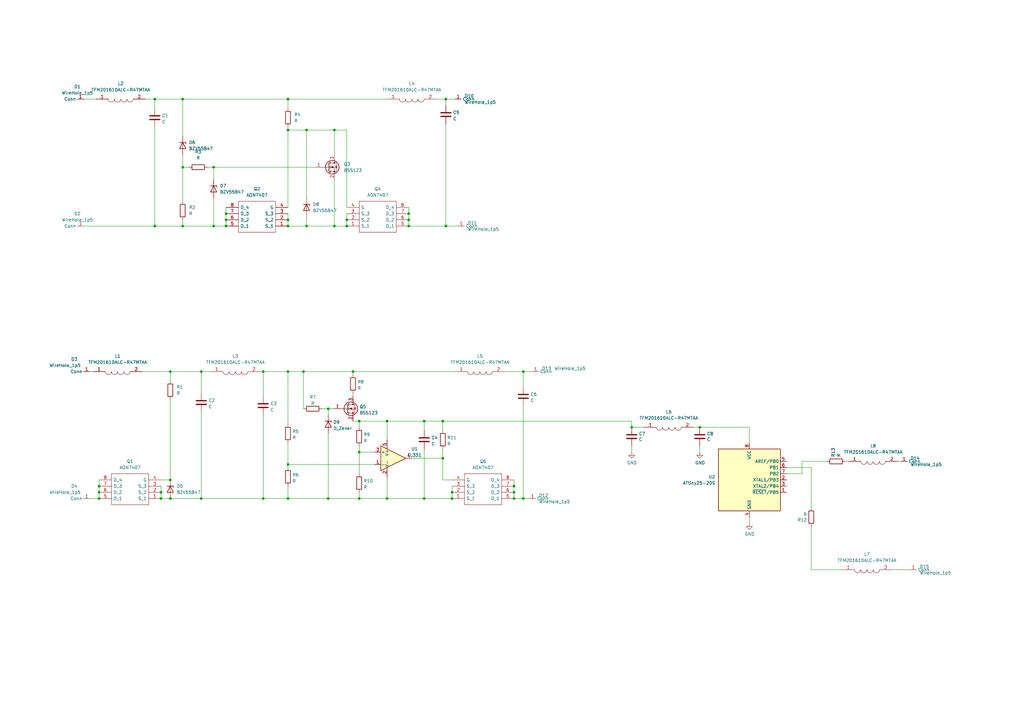
<source format=kicad_sch>
(kicad_sch (version 20211123) (generator eeschema)
  (paper "A3")
  (lib_symbols
    (symbol "AON7407:AON7407" (pin_names (offset 0.762))
      (property "Reference" "Q" (at 21.59 7.62 0))
      (property "Value" "AON7407" (at 21.59 5.08 0))
      (symbol "AON7407_0_0"
        (pin passive line (at 0 0 0) (length 5.08) (name "S_1") (number "1"))
        (pin passive line (at 0 -2.54 0) (length 5.08) (name "S_2") (number "2"))
        (pin passive line (at 0 -5.08 0) (length 5.08) (name "S_3") (number "3"))
        (pin passive line (at 0 -7.62 0) (length 5.08) (name "G") (number "4"))
        (pin passive line (at 25.4 0 180) (length 5.08) (name "D_1") (number "5"))
        (pin passive line (at 25.4 -2.54 180) (length 5.08) (name "D_2") (number "6"))
        (pin passive line (at 25.4 -5.08 180) (length 5.08) (name "D_3") (number "7"))
        (pin passive line (at 25.4 -7.62 180) (length 5.08) (name "D_4") (number "8"))
      )
      (symbol "AON7407_0_1"
        (polyline (pts (xy 5.08 2.54) (xy 20.32 2.54) (xy 20.32 -10.16) (xy 5.08 -10.16) (xy 5.08 2.54)) (stroke (width 0.1524)))
      )
    )
    (symbol "Comparator:TL331" (pin_names (offset 0.127))
      (property "Reference" "U" (at 1.27 5.08 0))
      (property "Value" "TL331" (at 3.81 -5.08 0))
      (symbol "TL331_0_1"
        (polyline (pts (xy -5.08 5.08) (xy 5.08 0) (xy -5.08 -5.08) (xy -5.08 5.08)) (stroke (width 0.254)) (fill (type background)))
      )
      (symbol "TL331_1_1"
        (pin input line (at -7.62 -2.54 0) (length 2.54) (name "-") (number "1"))
        (pin power_in line (at -2.54 -7.62 90) (length 3.81) (name "V-") (number "2"))
        (pin input line (at -7.62 2.54 0) (length 2.54) (name "+") (number "3"))
        (pin open_collector line (at 7.62 0 180) (length 2.54) (name "~") (number "4"))
        (pin power_in line (at -2.54 7.62 270) (length 3.81) (name "V+") (number "5"))
      )
    )
    (symbol "Connectors_for_Wire:WireHole_1p5"
      (property "Reference" "D" (at 0 -1.27 0))
      (property "Value" "WireHole_1p5" (at 0 1.27 0))
      (symbol "WireHole_1p5_1_0"
        (pin bidirectional line (at 0 0 0) (length 2.54) (name "Conn") (number "1"))
      )
    )
    (symbol "Device:C" (pin_numbers hide) (pin_names (offset 0.254))
      (property "Reference" "C" (at 0.635 2.54 0))
      (property "Value" "C" (at 0.635 -2.54 0))
      (symbol "C_0_1"
        (polyline (pts (xy -2.032 -0.762) (xy 2.032 -0.762)) (stroke (width 0.508)))
        (polyline (pts (xy -2.032 0.762) (xy 2.032 0.762)) (stroke (width 0.508)))
      )
      (symbol "C_1_1"
        (pin passive line (at 0 3.81 270) (length 2.794) (name "~") (number "1"))
        (pin passive line (at 0 -3.81 90) (length 2.794) (name "~") (number "2"))
      )
    )
    (symbol "Device:D_Zener" (pin_numbers hide) (pin_names (offset 1.016) hide)
      (property "Reference" "D" (at 0 2.54 0))
      (property "Value" "D_Zener" (at 0 -2.54 0))
      (symbol "D_Zener_0_1"
        (polyline (pts (xy 1.27 0) (xy -1.27 0)))
        (polyline (pts (xy -1.27 -1.27) (xy -1.27 1.27) (xy -0.762 1.27)) (stroke (width 0.254)))
        (polyline (pts (xy 1.27 -1.27) (xy 1.27 1.27) (xy -1.27 0) (xy 1.27 -1.27)) (stroke (width 0.254)))
      )
      (symbol "D_Zener_1_1"
        (pin passive line (at -3.81 0 0) (length 2.54) (name "K") (number "1"))
        (pin passive line (at 3.81 0 180) (length 2.54) (name "A") (number "2"))
      )
    )
    (symbol "Device:R" (pin_numbers hide) (pin_names (offset 0))
      (property "Reference" "R" (at 2.032 0 90))
      (property "Value" "R" (at 0 0 90))
      (symbol "R_0_1"
        (rectangle (start -1.016 -2.54) (end 1.016 2.54) (stroke (width 0.254)))
      )
      (symbol "R_1_1"
        (pin passive line (at 0 3.81 270) (length 1.27) (name "~") (number "1"))
        (pin passive line (at 0 -3.81 90) (length 1.27) (name "~") (number "2"))
      )
    )
    (symbol "Diode:BZV55B47" (pin_numbers hide) (pin_names hide)
      (property "Reference" "D" (at 0 2.54 0))
      (property "Value" "BZV55B47" (at 0 -2.54 0))
      (symbol "BZV55B47_0_1"
        (polyline (pts (xy 1.27 0) (xy -1.27 0)))
        (polyline (pts (xy -1.27 -1.27) (xy -1.27 1.27) (xy -0.762 1.27)) (stroke (width 0.254)))
        (polyline (pts (xy 1.27 -1.27) (xy 1.27 1.27) (xy -1.27 0) (xy 1.27 -1.27)) (stroke (width 0.254)))
      )
      (symbol "BZV55B47_1_1"
        (pin passive line (at -3.81 0 0) (length 2.54) (name "K") (number "1"))
        (pin passive line (at 3.81 0 180) (length 2.54) (name "A") (number "2"))
      )
    )
    (symbol "MCU_Microchip_ATtiny:ATtiny25-20S"
      (property "Reference" "U" (at -12.7 13.97 0))
      (property "Value" "ATtiny25-20S" (at 2.54 -13.97 0))
      (symbol "ATtiny25-20S_0_1"
        (rectangle (start -12.7 -12.7) (end 12.7 12.7) (stroke (width 0.254)) (fill (type background)))
      )
      (symbol "ATtiny25-20S_1_1"
        (pin bidirectional line (at 15.24 -5.08 180) (length 2.54) (name "~{RESET}/PB5") (number "1"))
        (pin bidirectional line (at 15.24 0 180) (length 2.54) (name "XTAL1/PB3") (number "2"))
        (pin bidirectional line (at 15.24 -2.54 180) (length 2.54) (name "XTAL2/PB4") (number "3"))
        (pin power_in line (at 0 -15.24 90) (length 2.54) (name "GND") (number "4"))
        (pin bidirectional line (at 15.24 7.62 180) (length 2.54) (name "AREF/PB0") (number "5"))
        (pin bidirectional line (at 15.24 5.08 180) (length 2.54) (name "PB1") (number "6"))
        (pin bidirectional line (at 15.24 2.54 180) (length 2.54) (name "PB2") (number "7"))
        (pin power_in line (at 0 15.24 270) (length 2.54) (name "VCC") (number "8"))
      )
    )
    (symbol "TFM201610ALC-R47MTAA:TFM201610ALC-R47MTAA" (pin_names (offset 0.762))
      (property "Reference" "L" (at 16.51 6.35 0))
      (property "Value" "TFM201610ALC-R47MTAA" (at 16.51 3.81 0))
      (symbol "TFM201610ALC-R47MTAA_0_0"
        (pin passive line (at 0 0 0) (length 5.08) (name "~") (number "1"))
        (pin passive line (at 20.32 0 180) (length 5.08) (name "~") (number "2"))
      )
      (symbol "TFM201610ALC-R47MTAA_0_1"
        (arc (start 5.08 0) (mid 6.35 -1.3218) (end 7.62 0) (stroke (width 0.1524)))
        (arc (start 7.62 0) (mid 8.89 -1.3218) (end 10.16 0) (stroke (width 0.1524)))
        (arc (start 10.16 0) (mid 11.43 -1.3218) (end 12.7 0) (stroke (width 0.1524)))
        (arc (start 12.7 0) (mid 13.97 -1.3218) (end 15.24 0) (stroke (width 0.1524)))
      )
    )
    (symbol "Transistor_FET:BSS123" (pin_names hide)
      (property "Reference" "Q" (at 5.08 1.905 0))
      (property "Value" "BSS123" (at 5.08 0 0))
      (symbol "BSS123_0_1"
        (polyline (pts (xy 0.254 0) (xy -2.54 0)))
        (polyline (pts (xy 0.254 1.905) (xy 0.254 -1.905)) (stroke (width 0.254)))
        (polyline (pts (xy 0.762 -1.27) (xy 0.762 -2.286)) (stroke (width 0.254)))
        (polyline (pts (xy 0.762 0.508) (xy 0.762 -0.508)) (stroke (width 0.254)))
        (polyline (pts (xy 0.762 2.286) (xy 0.762 1.27)) (stroke (width 0.254)))
        (polyline (pts (xy 2.54 2.54) (xy 2.54 1.778)))
        (polyline (pts (xy 2.54 -2.54) (xy 2.54 0) (xy 0.762 0)))
        (polyline (pts (xy 0.762 -1.778) (xy 3.302 -1.778) (xy 3.302 1.778) (xy 0.762 1.778)))
        (polyline (pts (xy 1.016 0) (xy 2.032 0.381) (xy 2.032 -0.381) (xy 1.016 0)) (fill (type outline)))
        (polyline (pts (xy 2.794 0.508) (xy 2.921 0.381) (xy 3.683 0.381) (xy 3.81 0.254)))
        (polyline (pts (xy 3.302 0.381) (xy 2.921 -0.254) (xy 3.683 -0.254) (xy 3.302 0.381)))
        (circle (center 1.651 0) (radius 2.794) (stroke (width 0.254)))
        (circle (center 2.54 -1.778) (radius 0.254) (fill (type outline)))
        (circle (center 2.54 1.778) (radius 0.254) (fill (type outline)))
      )
      (symbol "BSS123_1_1"
        (pin input line (at -5.08 0 0) (length 2.54) (name "G") (number "1"))
        (pin passive line (at 2.54 -5.08 90) (length 2.54) (name "S") (number "2"))
        (pin passive line (at 2.54 5.08 270) (length 2.54) (name "D") (number "3"))
      )
    )
    (symbol "power:GND" (power) (pin_names (offset 0))
      (property "Value" "GND" (at 0 -3.81 0))
      (symbol "GND_0_1"
        (polyline (pts (xy 0 0) (xy 0 -1.27) (xy 1.27 -1.27) (xy 0 -2.54) (xy -1.27 -1.27) (xy 0 -1.27)))
      )
      (symbol "GND_1_1"
        (pin power_in line (at 0 0 270) (length 0) hide (name "GND") (number "1"))
      )
    )
  )
  (junction (at 185.42 201.93))
  (junction (at 107.95 204.47))
  (junction (at 40.64 204.47))
  (junction (at 66.04 201.93))
  (junction (at 210.82 201.93))
  (junction (at 287.02 175.26))
  (junction (at 210.82 199.39))
  (junction (at 92.71 92.71))
  (junction (at 118.11 53.34))
  (junction (at 69.85 152.4))
  (junction (at 82.55 204.47))
  (junction (at 147.32 204.47))
  (junction (at 142.24 92.71))
  (junction (at 82.55 152.4))
  (junction (at 147.32 172.72))
  (junction (at 124.46 152.4))
  (junction (at 142.24 90.17))
  (junction (at 173.99 172.72))
  (junction (at 118.11 90.17))
  (junction (at 144.78 152.4))
  (junction (at 40.64 199.39))
  (junction (at 182.88 40.64))
  (junction (at 40.64 201.93))
  (junction (at 69.85 196.85))
  (junction (at 69.85 204.47))
  (junction (at 63.5 40.64))
  (junction (at 167.64 92.71))
  (junction (at 158.75 204.47))
  (junction (at 182.88 92.71))
  (junction (at 125.73 92.71))
  (junction (at 210.82 204.47))
  (junction (at 125.73 53.34))
  (junction (at 181.61 172.72))
  (junction (at 118.11 152.4))
  (junction (at 173.99 204.47))
  (junction (at 87.63 68.58))
  (junction (at 87.63 92.71))
  (junction (at 185.42 204.47))
  (junction (at 134.62 204.47))
  (junction (at 118.11 204.47))
  (junction (at 92.71 87.63))
  (junction (at 134.62 167.64))
  (junction (at 74.93 92.71))
  (junction (at 158.75 172.72))
  (junction (at 214.63 152.4))
  (junction (at 74.93 40.64))
  (junction (at 259.08 175.26))
  (junction (at 214.63 204.47))
  (junction (at 118.11 190.5))
  (junction (at 107.95 152.4))
  (junction (at 118.11 92.71))
  (junction (at 181.61 187.96))
  (junction (at 137.16 92.71))
  (junction (at 167.64 87.63))
  (junction (at 92.71 90.17))
  (junction (at 118.11 40.64))
  (junction (at 66.04 204.47))
  (junction (at 74.93 68.58))
  (junction (at 63.5 92.71))
  (junction (at 137.16 53.34))
  (junction (at 167.64 90.17))
  (junction (at 147.32 185.42))
  (wire (pts (xy 74.93 40.64) (xy 118.11 40.64)))
  (wire (pts (xy 259.08 175.26) (xy 264.16 175.26)))
  (wire (pts (xy 40.64 199.39) (xy 40.64 201.93)))
  (wire (pts (xy 167.64 85.09) (xy 167.64 87.63)))
  (wire (pts (xy 332.74 191.77) (xy 332.74 208.28)))
  (wire (pts (xy 118.11 152.4) (xy 124.46 152.4)))
  (wire (pts (xy 142.24 53.34) (xy 142.24 85.09)))
  (wire (pts (xy 58.42 152.4) (xy 69.85 152.4)))
  (wire (pts (xy 173.99 172.72) (xy 173.99 176.53)))
  (wire (pts (xy 182.88 40.64) (xy 182.88 43.18)))
  (wire (pts (xy 368.3 189.23) (xy 369.57 189.23)))
  (wire (pts (xy 210.82 204.47) (xy 214.63 204.47)))
  (wire (pts (xy 125.73 92.71) (xy 137.16 92.71)))
  (wire (pts (xy 182.88 50.8) (xy 182.88 92.71)))
  (wire (pts (xy 125.73 88.9) (xy 125.73 92.71)))
  (wire (pts (xy 63.5 52.07) (xy 63.5 92.71)))
  (wire (pts (xy 118.11 173.99) (xy 118.11 152.4)))
  (wire (pts (xy 144.78 152.4) (xy 144.78 153.67)))
  (wire (pts (xy 66.04 201.93) (xy 66.04 204.47)))
  (wire (pts (xy 107.95 204.47) (xy 118.11 204.47)))
  (wire (pts (xy 144.78 161.29) (xy 144.78 162.56)))
  (wire (pts (xy 106.68 152.4) (xy 107.95 152.4)))
  (wire (pts (xy 181.61 172.72) (xy 259.08 172.72)))
  (wire (pts (xy 332.74 233.68) (xy 345.44 233.68)))
  (wire (pts (xy 63.5 40.64) (xy 74.93 40.64)))
  (wire (pts (xy 74.93 68.58) (xy 77.47 68.58)))
  (wire (pts (xy 147.32 185.42) (xy 153.67 185.42)))
  (wire (pts (xy 87.63 81.28) (xy 87.63 92.71)))
  (wire (pts (xy 134.62 167.64) (xy 134.62 170.18)))
  (wire (pts (xy 34.29 40.64) (xy 39.37 40.64)))
  (wire (pts (xy 307.34 212.09) (xy 307.34 214.63)))
  (wire (pts (xy 182.88 92.71) (xy 187.96 92.71)))
  (wire (pts (xy 147.32 182.88) (xy 147.32 185.42)))
  (wire (pts (xy 74.93 63.5) (xy 74.93 68.58)))
  (wire (pts (xy 118.11 90.17) (xy 118.11 92.71)))
  (wire (pts (xy 259.08 172.72) (xy 259.08 175.26)))
  (wire (pts (xy 107.95 152.4) (xy 107.95 162.56)))
  (wire (pts (xy 137.16 73.66) (xy 137.16 92.71)))
  (wire (pts (xy 107.95 152.4) (xy 118.11 152.4)))
  (wire (pts (xy 92.71 90.17) (xy 92.71 92.71)))
  (wire (pts (xy 118.11 92.71) (xy 125.73 92.71)))
  (wire (pts (xy 214.63 204.47) (xy 217.17 204.47)))
  (wire (pts (xy 287.02 175.26) (xy 307.34 175.26)))
  (wire (pts (xy 181.61 184.15) (xy 181.61 187.96)))
  (wire (pts (xy 34.29 92.71) (xy 63.5 92.71)))
  (wire (pts (xy 259.08 182.88) (xy 259.08 185.42)))
  (wire (pts (xy 142.24 90.17) (xy 142.24 92.71)))
  (wire (pts (xy 132.08 167.64) (xy 134.62 167.64)))
  (wire (pts (xy 124.46 152.4) (xy 144.78 152.4)))
  (wire (pts (xy 59.69 40.64) (xy 63.5 40.64)))
  (wire (pts (xy 167.64 90.17) (xy 167.64 92.71)))
  (wire (pts (xy 365.76 233.68) (xy 373.38 233.68)))
  (wire (pts (xy 173.99 184.15) (xy 173.99 204.47)))
  (wire (pts (xy 118.11 40.64) (xy 158.75 40.64)))
  (wire (pts (xy 69.85 152.4) (xy 69.85 156.21)))
  (wire (pts (xy 173.99 204.47) (xy 185.42 204.47)))
  (wire (pts (xy 142.24 87.63) (xy 142.24 90.17)))
  (wire (pts (xy 107.95 170.18) (xy 107.95 204.47)))
  (wire (pts (xy 147.32 172.72) (xy 147.32 175.26)))
  (wire (pts (xy 322.58 191.77) (xy 332.74 191.77)))
  (wire (pts (xy 66.04 204.47) (xy 69.85 204.47)))
  (wire (pts (xy 346.71 189.23) (xy 347.98 189.23)))
  (wire (pts (xy 137.16 63.5) (xy 137.16 53.34)))
  (wire (pts (xy 118.11 85.09) (xy 118.11 53.34)))
  (wire (pts (xy 158.75 172.72) (xy 173.99 172.72)))
  (wire (pts (xy 137.16 92.71) (xy 142.24 92.71)))
  (wire (pts (xy 74.93 40.64) (xy 74.93 55.88)))
  (wire (pts (xy 158.75 195.58) (xy 158.75 204.47)))
  (wire (pts (xy 66.04 196.85) (xy 69.85 196.85)))
  (wire (pts (xy 82.55 204.47) (xy 107.95 204.47)))
  (wire (pts (xy 214.63 152.4) (xy 218.44 152.4)))
  (wire (pts (xy 124.46 152.4) (xy 124.46 167.64)))
  (wire (pts (xy 328.93 189.23) (xy 339.09 189.23)))
  (wire (pts (xy 69.85 152.4) (xy 82.55 152.4)))
  (wire (pts (xy 82.55 168.91) (xy 82.55 204.47)))
  (wire (pts (xy 147.32 201.93) (xy 147.32 204.47)))
  (wire (pts (xy 69.85 204.47) (xy 82.55 204.47)))
  (wire (pts (xy 118.11 199.39) (xy 118.11 204.47)))
  (wire (pts (xy 168.91 187.96) (xy 181.61 187.96)))
  (wire (pts (xy 134.62 204.47) (xy 147.32 204.47)))
  (wire (pts (xy 69.85 163.83) (xy 69.85 196.85)))
  (wire (pts (xy 87.63 68.58) (xy 87.63 73.66)))
  (wire (pts (xy 307.34 175.26) (xy 307.34 181.61)))
  (wire (pts (xy 210.82 199.39) (xy 210.82 201.93)))
  (wire (pts (xy 74.93 68.58) (xy 74.93 82.55)))
  (wire (pts (xy 82.55 152.4) (xy 86.36 152.4)))
  (wire (pts (xy 147.32 185.42) (xy 147.32 194.31)))
  (wire (pts (xy 210.82 196.85) (xy 210.82 199.39)))
  (wire (pts (xy 185.42 199.39) (xy 185.42 201.93)))
  (wire (pts (xy 118.11 181.61) (xy 118.11 190.5)))
  (wire (pts (xy 129.54 68.58) (xy 87.63 68.58)))
  (wire (pts (xy 118.11 190.5) (xy 118.11 191.77)))
  (wire (pts (xy 85.09 68.58) (xy 87.63 68.58)))
  (wire (pts (xy 125.73 53.34) (xy 125.73 81.28)))
  (wire (pts (xy 40.64 196.85) (xy 40.64 199.39)))
  (wire (pts (xy 74.93 90.17) (xy 74.93 92.71)))
  (wire (pts (xy 185.42 201.93) (xy 185.42 204.47)))
  (wire (pts (xy 118.11 190.5) (xy 153.67 190.5)))
  (wire (pts (xy 287.02 182.88) (xy 287.02 185.42)))
  (wire (pts (xy 40.64 201.93) (xy 40.64 204.47)))
  (wire (pts (xy 36.83 152.4) (xy 38.1 152.4)))
  (wire (pts (xy 118.11 87.63) (xy 118.11 90.17)))
  (wire (pts (xy 63.5 92.71) (xy 74.93 92.71)))
  (wire (pts (xy 181.61 187.96) (xy 181.61 196.85)))
  (wire (pts (xy 214.63 166.37) (xy 214.63 204.47)))
  (wire (pts (xy 328.93 194.31) (xy 328.93 189.23)))
  (wire (pts (xy 173.99 172.72) (xy 181.61 172.72)))
  (wire (pts (xy 134.62 177.8) (xy 134.62 204.47)))
  (wire (pts (xy 147.32 204.47) (xy 158.75 204.47)))
  (wire (pts (xy 147.32 172.72) (xy 158.75 172.72)))
  (wire (pts (xy 179.07 40.64) (xy 182.88 40.64)))
  (wire (pts (xy 87.63 92.71) (xy 92.71 92.71)))
  (wire (pts (xy 118.11 53.34) (xy 125.73 53.34)))
  (wire (pts (xy 158.75 172.72) (xy 158.75 180.34)))
  (wire (pts (xy 92.71 85.09) (xy 92.71 87.63)))
  (wire (pts (xy 137.16 53.34) (xy 142.24 53.34)))
  (wire (pts (xy 332.74 215.9) (xy 332.74 233.68)))
  (wire (pts (xy 210.82 201.93) (xy 210.82 204.47)))
  (wire (pts (xy 214.63 152.4) (xy 214.63 158.75)))
  (wire (pts (xy 118.11 40.64) (xy 118.11 44.45)))
  (wire (pts (xy 182.88 40.64) (xy 186.69 40.64)))
  (wire (pts (xy 118.11 52.07) (xy 118.11 53.34)))
  (wire (pts (xy 284.48 175.26) (xy 287.02 175.26)))
  (wire (pts (xy 92.71 87.63) (xy 92.71 90.17)))
  (wire (pts (xy 66.04 199.39) (xy 66.04 201.93)))
  (wire (pts (xy 181.61 176.53) (xy 181.61 172.72)))
  (wire (pts (xy 125.73 53.34) (xy 137.16 53.34)))
  (wire (pts (xy 186.69 152.4) (xy 144.78 152.4)))
  (wire (pts (xy 134.62 167.64) (xy 137.16 167.64)))
  (wire (pts (xy 167.64 92.71) (xy 182.88 92.71)))
  (wire (pts (xy 82.55 152.4) (xy 82.55 161.29)))
  (wire (pts (xy 322.58 194.31) (xy 328.93 194.31)))
  (wire (pts (xy 74.93 92.71) (xy 87.63 92.71)))
  (wire (pts (xy 158.75 204.47) (xy 173.99 204.47)))
  (wire (pts (xy 207.01 152.4) (xy 214.63 152.4)))
  (wire (pts (xy 181.61 196.85) (xy 185.42 196.85)))
  (wire (pts (xy 144.78 172.72) (xy 147.32 172.72)))
  (wire (pts (xy 63.5 40.64) (xy 63.5 44.45)))
  (wire (pts (xy 36.83 204.47) (xy 40.64 204.47)))
  (wire (pts (xy 118.11 204.47) (xy 134.62 204.47)))
  (wire (pts (xy 167.64 87.63) (xy 167.64 90.17)))
  (symbol (lib_id "TFM201610ALC-R47MTAA:TFM201610ALC-R47MTAA") (at 186.69 152.4 0) (unit 1)
    (property "Reference" "L5" (at 196.85 146.05 0))
    (property "Value" "TFM201610ALC-R47MTAA" (at 196.85 148.59 0))
    (property "Footprint" "libraries:INDC2016X80N" (effects hide))
    (property "Datasheet" "https://datasheet.datasheetarchive.com/originals/distributors/DKDS41/DSANUWW0039576.pdf" (effects hide))
    (property "Description" "Inductors for Power Circuits, for Consumer, Thin Film Metal, TFM201610ALC ,-40 to +125" (effects hide))
    (property "Height" "0.8" (effects hide))
    (property "Manufacturer_Name" "TDK" (effects hide))
    (property "Manufacturer_Part_Number" "TFM201610ALC-R47MTAA" (effects hide))
    (property "Mouser Part Number" "810-TFM201610ALCR47M" (effects hide))
    (property "Mouser Price/Stock" "https://www.mouser.co.uk/ProductDetail/TDK/TFM201610ALC-R47MTAA?qs=MLItCLRbWsy9rkE7tyNMeg%3D%3D" (effects hide))
    (property "Arrow Part Number" "TFM201610ALC-R47MTAA" (effects hide))
    (property "Arrow Price/Stock" "https://www.arrow.com/en/products/tfm201610alc-r47mtaa/tdk" (effects hide))
  )
  (symbol (lib_id "Device:C") (at 82.55 165.1 0) (unit 1)
    (property "Reference" "C2" (at 85.471 164.2653 0) (effects (justify left)))
    (property "Value" "C" (at 85.471 166.8022 0) (effects (justify left)))
  )
  (symbol (lib_id "TFM201610ALC-R47MTAA:TFM201610ALC-R47MTAA") (at 345.44 233.68 0) (unit 1)
    (property "Reference" "L7" (at 355.6 227.33 0))
    (property "Value" "TFM201610ALC-R47MTAA" (at 355.6 229.87 0))
    (property "Footprint" "libraries:INDC2016X80N" (effects hide))
    (property "Datasheet" "https://datasheet.datasheetarchive.com/originals/distributors/DKDS41/DSANUWW0039576.pdf" (effects hide))
    (property "Description" "Inductors for Power Circuits, for Consumer, Thin Film Metal, TFM201610ALC ,-40 to +125" (effects hide))
    (property "Height" "0.8" (effects hide))
    (property "Manufacturer_Name" "TDK" (effects hide))
    (property "Manufacturer_Part_Number" "TFM201610ALC-R47MTAA" (effects hide))
    (property "Mouser Part Number" "810-TFM201610ALCR47M" (effects hide))
    (property "Mouser Price/Stock" "https://www.mouser.co.uk/ProductDetail/TDK/TFM201610ALC-R47MTAA?qs=MLItCLRbWsy9rkE7tyNMeg%3D%3D" (effects hide))
    (property "Arrow Part Number" "TFM201610ALC-R47MTAA" (effects hide))
    (property "Arrow Price/Stock" "https://www.arrow.com/en/products/tfm201610alc-r47mtaa/tdk" (effects hide))
  )
  (symbol (lib_id "AON7407:AON7407") (at 66.04 204.47 180) (unit 1)
    (property "Reference" "Q1" (at 53.34 189.23 0))
    (property "Value" "AON7407" (at 53.34 191.77 0))
    (property "Footprint" "DFN_3X3_EP" (effects hide))
    (property "Datasheet" "http://aosmd.com/res/data_sheets/AON7407.pdf" (effects hide))
    (property "Description" "MOSFET P-CH 20V 14.5A 8DFN" (effects hide))
    (property "Manufacturer_Name" "Alpha & Omega Semiconductors" (effects hide))
    (property "Manufacturer_Part_Number" "AON7407" (effects hide))
    (property "Arrow Part Number" "AON7407" (effects hide))
    (property "Arrow Price/Stock" "https://www.arrow.com/en/products/aon7407/alpha-and-omega-semiconductor?region=nac" (effects hide))
  )
  (symbol (lib_id "Connectors_for_Wire:WireHole_1p5") (at 186.69 40.64 0) (unit 1)
    (property "Reference" "D10" (at 190.5 39.3699 0) (effects (justify left)))
    (property "Value" "WireHole_1p5" (at 190.5 41.9099 0) (effects (justify left)))
    (property "Footprint" "libraries:WireHole_1p2" (effects hide))
  )
  (symbol (lib_id "Comparator:TL331") (at 161.29 187.96 0) (unit 1)
    (property "Reference" "U1" (at 170.0235 184.1333 0))
    (property "Value" "TL331" (at 170.0235 186.6702 0))
    (property "Footprint" "Package_TO_SOT_SMD:SOT-23-5" (effects hide))
    (property "Datasheet" "http://www.ti.com/lit/ds/symlink/tl331.pdf" (effects hide))
  )
  (symbol (lib_id "Device:R") (at 74.93 86.36 0) (unit 1)
    (property "Reference" "R2" (at 77.47 85.0899 0) (effects (justify left)))
    (property "Value" "R" (at 77.47 87.6299 0) (effects (justify left)))
  )
  (symbol (lib_id "Device:C") (at 173.99 180.34 0) (unit 1)
    (property "Reference" "C4" (at 176.911 179.5053 0) (effects (justify left)))
    (property "Value" "C" (at 176.911 182.0422 0) (effects (justify left)))
  )
  (symbol (lib_id "TFM201610ALC-R47MTAA:TFM201610ALC-R47MTAA") (at 158.75 40.64 0) (unit 1)
    (property "Reference" "L4" (at 168.91 34.29 0))
    (property "Value" "TFM201610ALC-R47MTAA" (at 168.91 36.83 0))
    (property "Footprint" "libraries:INDC2016X80N" (effects hide))
    (property "Datasheet" "https://datasheet.datasheetarchive.com/originals/distributors/DKDS41/DSANUWW0039576.pdf" (effects hide))
    (property "Description" "Inductors for Power Circuits, for Consumer, Thin Film Metal, TFM201610ALC ,-40 to +125" (effects hide))
    (property "Height" "0.8" (effects hide))
    (property "Manufacturer_Name" "TDK" (effects hide))
    (property "Manufacturer_Part_Number" "TFM201610ALC-R47MTAA" (effects hide))
    (property "Mouser Part Number" "810-TFM201610ALCR47M" (effects hide))
    (property "Mouser Price/Stock" "https://www.mouser.co.uk/ProductDetail/TDK/TFM201610ALC-R47MTAA?qs=MLItCLRbWsy9rkE7tyNMeg%3D%3D" (effects hide))
    (property "Arrow Part Number" "TFM201610ALC-R47MTAA" (effects hide))
    (property "Arrow Price/Stock" "https://www.arrow.com/en/products/tfm201610alc-r47mtaa/tdk" (effects hide))
  )
  (symbol (lib_id "Transistor_FET:BSS123") (at 142.24 167.64 0) (unit 1)
    (property "Reference" "Q5" (at 147.447 166.8053 0) (effects (justify left)))
    (property "Value" "BSS123" (at 147.447 169.3422 0) (effects (justify left)))
    (property "Footprint" "Package_TO_SOT_SMD:SOT-23" (effects hide))
    (property "Datasheet" "http://www.diodes.com/assets/Datasheets/ds30366.pdf" (effects hide))
  )
  (symbol (lib_id "Transistor_FET:BSS123") (at 134.62 68.58 0) (unit 1)
    (property "Reference" "Q3" (at 140.97 67.3099 0) (effects (justify left)))
    (property "Value" "BSS123" (at 140.97 69.8499 0) (effects (justify left)))
    (property "Footprint" "Package_TO_SOT_SMD:SOT-23" (effects hide))
    (property "Datasheet" "http://www.diodes.com/assets/Datasheets/ds30366.pdf" (effects hide))
  )
  (symbol (lib_id "Device:R") (at 118.11 48.26 0) (unit 1)
    (property "Reference" "R4" (at 120.65 46.9899 0) (effects (justify left)))
    (property "Value" "R" (at 120.65 49.5299 0) (effects (justify left)))
  )
  (symbol (lib_id "Diode:BZV55B47") (at 125.73 85.09 270) (unit 1)
    (property "Reference" "D8" (at 128.27 83.8199 90) (effects (justify left)))
    (property "Value" "BZV55B47" (at 128.27 86.3599 90) (effects (justify left)))
    (property "Footprint" "Diode_SMD:D_MiniMELF" (effects hide))
    (property "Datasheet" "https://assets.nexperia.com/documents/data-sheet/BZV55_SER.pdf" (effects hide))
  )
  (symbol (lib_id "Device:D_Zener") (at 134.62 173.99 270) (unit 1)
    (property "Reference" "D9" (at 136.652 173.1553 90) (effects (justify left)))
    (property "Value" "D_Zener" (at 136.652 175.6922 90) (effects (justify left)))
  )
  (symbol (lib_id "Connectors_for_Wire:WireHole_1p5") (at 34.29 92.71 0) (mirror y) (unit 1)
    (property "Reference" "D2" (at 31.75 87.63 0))
    (property "Value" "WireHole_1p5" (at 31.75 90.17 0))
    (property "Footprint" "libraries:WireHole_1p2" (effects hide))
  )
  (symbol (lib_id "Device:C") (at 214.63 162.56 0) (unit 1)
    (property "Reference" "C6" (at 217.551 161.7253 0) (effects (justify left)))
    (property "Value" "C" (at 217.551 164.2622 0) (effects (justify left)))
  )
  (symbol (lib_id "Device:R") (at 144.78 157.48 0) (unit 1)
    (property "Reference" "R8" (at 146.558 156.6453 0) (effects (justify left)))
    (property "Value" "R" (at 146.558 159.1822 0) (effects (justify left)))
  )
  (symbol (lib_id "Device:R") (at 118.11 195.58 0) (unit 1)
    (property "Reference" "R6" (at 119.888 194.7453 0) (effects (justify left)))
    (property "Value" "R" (at 119.888 197.2822 0) (effects (justify left)))
  )
  (symbol (lib_id "Device:C") (at 182.88 46.99 0) (unit 1)
    (property "Reference" "C5" (at 185.801 46.1553 0) (effects (justify left)))
    (property "Value" "C" (at 185.801 48.6922 0) (effects (justify left)))
  )
  (symbol (lib_id "TFM201610ALC-R47MTAA:TFM201610ALC-R47MTAA") (at 86.36 152.4 0) (unit 1)
    (property "Reference" "L3" (at 96.52 146.05 0))
    (property "Value" "TFM201610ALC-R47MTAA" (at 96.52 148.59 0))
    (property "Footprint" "libraries:INDC2016X80N" (effects hide))
    (property "Datasheet" "https://datasheet.datasheetarchive.com/originals/distributors/DKDS41/DSANUWW0039576.pdf" (effects hide))
    (property "Description" "Inductors for Power Circuits, for Consumer, Thin Film Metal, TFM201610ALC ,-40 to +125" (effects hide))
    (property "Height" "0.8" (effects hide))
    (property "Manufacturer_Name" "TDK" (effects hide))
    (property "Manufacturer_Part_Number" "TFM201610ALC-R47MTAA" (effects hide))
    (property "Mouser Part Number" "810-TFM201610ALCR47M" (effects hide))
    (property "Mouser Price/Stock" "https://www.mouser.co.uk/ProductDetail/TDK/TFM201610ALC-R47MTAA?qs=MLItCLRbWsy9rkE7tyNMeg%3D%3D" (effects hide))
    (property "Arrow Part Number" "TFM201610ALC-R47MTAA" (effects hide))
    (property "Arrow Price/Stock" "https://www.arrow.com/en/products/tfm201610alc-r47mtaa/tdk" (effects hide))
  )
  (symbol (lib_id "Device:C") (at 107.95 166.37 0) (unit 1)
    (property "Reference" "C3" (at 110.871 165.5353 0) (effects (justify left)))
    (property "Value" "C" (at 110.871 168.0722 0) (effects (justify left)))
  )
  (symbol (lib_id "Connectors_for_Wire:WireHole_1p5") (at 369.57 189.23 0) (unit 1)
    (property "Reference" "D14" (at 373.38 187.9599 0) (effects (justify left)))
    (property "Value" "WireHole_1p5" (at 373.38 190.4999 0) (effects (justify left)))
    (property "Footprint" "libraries:WireHole_1p2" (effects hide))
  )
  (symbol (lib_id "Device:R") (at 147.32 179.07 0) (unit 1)
    (property "Reference" "R9" (at 149.098 178.2353 0) (effects (justify left)))
    (property "Value" "R" (at 149.098 180.7722 0) (effects (justify left)))
  )
  (symbol (lib_id "Connectors_for_Wire:WireHole_1p5") (at 36.83 152.4 0) (mirror y) (unit 1)
    (property "Reference" "D3" (at 30.48 147.32 0))
    (property "Value" "WireHole_1p5" (at 26.67 149.86 0))
    (property "Footprint" "libraries:WireHole_1p2" (effects hide))
  )
  (symbol (lib_id "Connectors_for_Wire:WireHole_1p5") (at 36.83 204.47 0) (mirror y) (unit 1)
    (property "Reference" "D4" (at 30.48 199.39 0))
    (property "Value" "WireHole_1p5" (at 26.67 201.93 0))
    (property "Footprint" "libraries:WireHole_1p2" (effects hide))
  )
  (symbol (lib_id "Device:R") (at 69.85 160.02 0) (unit 1)
    (property "Reference" "R1" (at 72.39 158.7499 0) (effects (justify left)))
    (property "Value" "R" (at 72.39 161.2899 0) (effects (justify left)))
  )
  (symbol (lib_id "Diode:BZV55B47") (at 87.63 77.47 270) (unit 1)
    (property "Reference" "D7" (at 90.17 76.1999 90) (effects (justify left)))
    (property "Value" "BZV55B47" (at 90.17 78.7399 90) (effects (justify left)))
    (property "Footprint" "Diode_SMD:D_MiniMELF" (effects hide))
    (property "Datasheet" "https://assets.nexperia.com/documents/data-sheet/BZV55_SER.pdf" (effects hide))
  )
  (symbol (lib_id "AON7407:AON7407") (at 142.24 92.71 0) (mirror x) (unit 1)
    (property "Reference" "Q4" (at 154.94 77.47 0))
    (property "Value" "AON7407" (at 154.94 80.01 0))
    (property "Footprint" "DFN_3X3_EP" (effects hide))
    (property "Datasheet" "http://aosmd.com/res/data_sheets/AON7407.pdf" (effects hide))
    (property "Description" "MOSFET P-CH 20V 14.5A 8DFN" (effects hide))
    (property "Manufacturer_Name" "Alpha & Omega Semiconductors" (effects hide))
    (property "Manufacturer_Part_Number" "AON7407" (effects hide))
    (property "Arrow Part Number" "AON7407" (effects hide))
    (property "Arrow Price/Stock" "https://www.arrow.com/en/products/aon7407/alpha-and-omega-semiconductor?region=nac" (effects hide))
  )
  (symbol (lib_id "Connectors_for_Wire:WireHole_1p5") (at 34.29 40.64 0) (mirror y) (unit 1)
    (property "Reference" "D1" (at 31.75 35.56 0))
    (property "Value" "WireHole_1p5" (at 31.75 38.1 0))
    (property "Footprint" "libraries:WireHole_1p2" (effects hide))
  )
  (symbol (lib_id "Diode:BZV55B47") (at 74.93 59.69 270) (unit 1)
    (property "Reference" "D6" (at 77.47 58.4199 90) (effects (justify left)))
    (property "Value" "BZV55B47" (at 77.47 60.9599 90) (effects (justify left)))
    (property "Footprint" "Diode_SMD:D_MiniMELF" (effects hide))
    (property "Datasheet" "https://assets.nexperia.com/documents/data-sheet/BZV55_SER.pdf" (effects hide))
  )
  (symbol (lib_id "power:GND") (at 307.34 214.63 0) (unit 1)
    (property "Reference" "#PWR03" (effects hide))
    (property "Value" "GND" (at 307.467 219.0242 0))
  )
  (symbol (lib_id "Device:R") (at 332.74 212.09 180) (unit 1)
    (property "Reference" "R12" (at 330.962 213.2584 0) (effects (justify left)))
    (property "Value" "R" (at 330.962 210.947 0) (effects (justify left)))
    (property "Footprint" "Resistor_SMD:R_0603_1608Metric_Pad0.98x0.95mm_HandSolder" (effects hide))
  )
  (symbol (lib_id "Device:R") (at 81.28 68.58 90) (unit 1)
    (property "Reference" "R3" (at 81.28 62.23 90))
    (property "Value" "R" (at 81.28 64.77 90))
  )
  (symbol (lib_id "Device:C") (at 259.08 179.07 0) (unit 1)
    (property "Reference" "C7" (at 262.001 177.9016 0) (effects (justify left)))
    (property "Value" "C" (at 262.001 180.213 0) (effects (justify left)))
    (property "Footprint" "Capacitor_SMD:C_1812_4532Metric_Pad1.57x3.40mm_HandSolder" (effects hide))
  )
  (symbol (lib_id "Device:C") (at 287.02 179.07 0) (unit 1)
    (property "Reference" "C8" (at 289.941 177.9016 0) (effects (justify left)))
    (property "Value" "C" (at 289.941 180.213 0) (effects (justify left)))
    (property "Footprint" "Capacitor_SMD:C_0603_1608Metric_Pad1.08x0.95mm_HandSolder" (effects hide))
  )
  (symbol (lib_id "Connectors_for_Wire:WireHole_1p5") (at 373.38 233.68 0) (unit 1)
    (property "Reference" "D15" (at 377.19 232.4099 0) (effects (justify left)))
    (property "Value" "WireHole_1p5" (at 377.19 234.9499 0) (effects (justify left)))
    (property "Footprint" "libraries:WireHole_1p2" (effects hide))
  )
  (symbol (lib_id "TFM201610ALC-R47MTAA:TFM201610ALC-R47MTAA") (at 39.37 40.64 0) (unit 1)
    (property "Reference" "L2" (at 49.53 34.29 0))
    (property "Value" "TFM201610ALC-R47MTAA" (at 49.53 36.83 0))
    (property "Footprint" "libraries:INDC2016X80N" (effects hide))
    (property "Datasheet" "https://datasheet.datasheetarchive.com/originals/distributors/DKDS41/DSANUWW0039576.pdf" (effects hide))
    (property "Description" "Inductors for Power Circuits, for Consumer, Thin Film Metal, TFM201610ALC ,-40 to +125" (effects hide))
    (property "Height" "0.8" (effects hide))
    (property "Manufacturer_Name" "TDK" (effects hide))
    (property "Manufacturer_Part_Number" "TFM201610ALC-R47MTAA" (effects hide))
    (property "Mouser Part Number" "810-TFM201610ALCR47M" (effects hide))
    (property "Mouser Price/Stock" "https://www.mouser.co.uk/ProductDetail/TDK/TFM201610ALC-R47MTAA?qs=MLItCLRbWsy9rkE7tyNMeg%3D%3D" (effects hide))
    (property "Arrow Part Number" "TFM201610ALC-R47MTAA" (effects hide))
    (property "Arrow Price/Stock" "https://www.arrow.com/en/products/tfm201610alc-r47mtaa/tdk" (effects hide))
  )
  (symbol (lib_id "Connectors_for_Wire:WireHole_1p5") (at 187.96 92.71 0) (unit 1)
    (property "Reference" "D11" (at 191.77 91.4399 0) (effects (justify left)))
    (property "Value" "WireHole_1p5" (at 191.77 93.9799 0) (effects (justify left)))
    (property "Footprint" "libraries:WireHole_1p2" (effects hide))
  )
  (symbol (lib_id "Connectors_for_Wire:WireHole_1p5") (at 218.44 152.4 0) (unit 1)
    (property "Reference" "D13" (at 222.25 151.1299 0) (effects (justify left)))
    (property "Value" "WireHole_1p5" (at 227.33 151.13 0) (effects (justify left)))
    (property "Footprint" "libraries:WireHole_1p2" (effects hide))
  )
  (symbol (lib_id "Device:C") (at 63.5 48.26 0) (unit 1)
    (property "Reference" "C1" (at 66.421 47.4253 0) (effects (justify left)))
    (property "Value" "C" (at 66.421 49.9622 0) (effects (justify left)))
  )
  (symbol (lib_id "MCU_Microchip_ATtiny:ATtiny25-20S") (at 307.34 196.85 0) (unit 1)
    (property "Reference" "U2" (at 293.37 195.5799 0) (effects (justify right)))
    (property "Value" "ATtiny25-20S" (at 293.37 198.1199 0) (effects (justify right)))
    (property "Footprint" "Package_SO:SOIC-8W_5.3x5.3mm_P1.27mm" (effects hide))
    (property "Datasheet" "http://ww1.microchip.com/downloads/en/DeviceDoc/atmel-2586-avr-8-bit-microcontroller-attiny25-attiny45-attiny85_datasheet.pdf" (effects hide))
  )
  (symbol (lib_id "AON7407:AON7407") (at 118.11 92.71 180) (unit 1)
    (property "Reference" "Q2" (at 105.41 77.47 0))
    (property "Value" "AON7407" (at 105.41 80.01 0))
    (property "Footprint" "DFN_3X3_EP" (effects hide))
    (property "Datasheet" "http://aosmd.com/res/data_sheets/AON7407.pdf" (effects hide))
    (property "Description" "MOSFET P-CH 20V 14.5A 8DFN" (effects hide))
    (property "Manufacturer_Name" "Alpha & Omega Semiconductors" (effects hide))
    (property "Manufacturer_Part_Number" "AON7407" (effects hide))
    (property "Arrow Part Number" "AON7407" (effects hide))
    (property "Arrow Price/Stock" "https://www.arrow.com/en/products/aon7407/alpha-and-omega-semiconductor?region=nac" (effects hide))
  )
  (symbol (lib_id "TFM201610ALC-R47MTAA:TFM201610ALC-R47MTAA") (at 38.1 152.4 0) (unit 1)
    (property "Reference" "L1" (at 48.26 146.05 0))
    (property "Value" "TFM201610ALC-R47MTAA" (at 48.26 148.59 0))
    (property "Footprint" "libraries:INDC2016X80N" (effects hide))
    (property "Datasheet" "https://datasheet.datasheetarchive.com/originals/distributors/DKDS41/DSANUWW0039576.pdf" (effects hide))
    (property "Description" "Inductors for Power Circuits, for Consumer, Thin Film Metal, TFM201610ALC ,-40 to +125" (effects hide))
    (property "Height" "0.8" (effects hide))
    (property "Manufacturer_Name" "TDK" (effects hide))
    (property "Manufacturer_Part_Number" "TFM201610ALC-R47MTAA" (effects hide))
    (property "Mouser Part Number" "810-TFM201610ALCR47M" (effects hide))
    (property "Mouser Price/Stock" "https://www.mouser.co.uk/ProductDetail/TDK/TFM201610ALC-R47MTAA?qs=MLItCLRbWsy9rkE7tyNMeg%3D%3D" (effects hide))
    (property "Arrow Part Number" "TFM201610ALC-R47MTAA" (effects hide))
    (property "Arrow Price/Stock" "https://www.arrow.com/en/products/tfm201610alc-r47mtaa/tdk" (effects hide))
  )
  (symbol (lib_id "Connectors_for_Wire:WireHole_1p5") (at 217.17 204.47 0) (unit 1)
    (property "Reference" "D12" (at 220.98 203.1999 0) (effects (justify left)))
    (property "Value" "WireHole_1p5" (at 220.98 205.7399 0) (effects (justify left)))
    (property "Footprint" "libraries:WireHole_1p2" (effects hide))
  )
  (symbol (lib_id "Diode:BZV55B47") (at 69.85 200.66 270) (unit 1)
    (property "Reference" "D5" (at 72.39 199.3899 90) (effects (justify left)))
    (property "Value" "BZV55B47" (at 72.39 201.9299 90) (effects (justify left)))
    (property "Footprint" "Diode_SMD:D_MiniMELF" (effects hide))
    (property "Datasheet" "https://assets.nexperia.com/documents/data-sheet/BZV55_SER.pdf" (effects hide))
  )
  (symbol (lib_id "TFM201610ALC-R47MTAA:TFM201610ALC-R47MTAA") (at 264.16 175.26 0) (unit 1)
    (property "Reference" "L6" (at 274.32 168.91 0))
    (property "Value" "TFM201610ALC-R47MTAA" (at 274.32 171.45 0))
    (property "Footprint" "libraries:INDC2016X80N" (effects hide))
    (property "Datasheet" "https://datasheet.datasheetarchive.com/originals/distributors/DKDS41/DSANUWW0039576.pdf" (effects hide))
    (property "Description" "Inductors for Power Circuits, for Consumer, Thin Film Metal, TFM201610ALC ,-40 to +125" (effects hide))
    (property "Height" "0.8" (effects hide))
    (property "Manufacturer_Name" "TDK" (effects hide))
    (property "Manufacturer_Part_Number" "TFM201610ALC-R47MTAA" (effects hide))
    (property "Mouser Part Number" "810-TFM201610ALCR47M" (effects hide))
    (property "Mouser Price/Stock" "https://www.mouser.co.uk/ProductDetail/TDK/TFM201610ALC-R47MTAA?qs=MLItCLRbWsy9rkE7tyNMeg%3D%3D" (effects hide))
    (property "Arrow Part Number" "TFM201610ALC-R47MTAA" (effects hide))
    (property "Arrow Price/Stock" "https://www.arrow.com/en/products/tfm201610alc-r47mtaa/tdk" (effects hide))
  )
  (symbol (lib_id "AON7407:AON7407") (at 185.42 204.47 0) (mirror x) (unit 1)
    (property "Reference" "Q6" (at 198.12 189.23 0))
    (property "Value" "AON7407" (at 198.12 191.77 0))
    (property "Footprint" "DFN_3X3_EP" (effects hide))
    (property "Datasheet" "http://aosmd.com/res/data_sheets/AON7407.pdf" (effects hide))
    (property "Description" "MOSFET P-CH 20V 14.5A 8DFN" (effects hide))
    (property "Manufacturer_Name" "Alpha & Omega Semiconductors" (effects hide))
    (property "Manufacturer_Part_Number" "AON7407" (effects hide))
    (property "Arrow Part Number" "AON7407" (effects hide))
    (property "Arrow Price/Stock" "https://www.arrow.com/en/products/aon7407/alpha-and-omega-semiconductor?region=nac" (effects hide))
  )
  (symbol (lib_id "TFM201610ALC-R47MTAA:TFM201610ALC-R47MTAA") (at 347.98 189.23 0) (unit 1)
    (property "Reference" "L8" (at 358.14 182.88 0))
    (property "Value" "TFM201610ALC-R47MTAA" (at 358.14 185.42 0))
    (property "Footprint" "libraries:INDC2016X80N" (effects hide))
    (property "Datasheet" "https://datasheet.datasheetarchive.com/originals/distributors/DKDS41/DSANUWW0039576.pdf" (effects hide))
    (property "Description" "Inductors for Power Circuits, for Consumer, Thin Film Metal, TFM201610ALC ,-40 to +125" (effects hide))
    (property "Height" "0.8" (effects hide))
    (property "Manufacturer_Name" "TDK" (effects hide))
    (property "Manufacturer_Part_Number" "TFM201610ALC-R47MTAA" (effects hide))
    (property "Mouser Part Number" "810-TFM201610ALCR47M" (effects hide))
    (property "Mouser Price/Stock" "https://www.mouser.co.uk/ProductDetail/TDK/TFM201610ALC-R47MTAA?qs=MLItCLRbWsy9rkE7tyNMeg%3D%3D" (effects hide))
    (property "Arrow Part Number" "TFM201610ALC-R47MTAA" (effects hide))
    (property "Arrow Price/Stock" "https://www.arrow.com/en/products/tfm201610alc-r47mtaa/tdk" (effects hide))
  )
  (symbol (lib_id "power:GND") (at 259.08 185.42 0) (unit 1)
    (property "Reference" "#PWR01" (effects hide))
    (property "Value" "GND" (at 259.207 189.8142 0))
  )
  (symbol (lib_id "power:GND") (at 287.02 185.42 0) (unit 1)
    (property "Reference" "#PWR02" (effects hide))
    (property "Value" "GND" (at 287.147 189.8142 0))
  )
  (symbol (lib_id "Device:R") (at 128.27 167.64 90) (unit 1)
    (property "Reference" "R7" (at 128.27 162.9242 90))
    (property "Value" "R" (at 128.27 165.4611 90))
  )
  (symbol (lib_id "Device:R") (at 342.9 189.23 90) (unit 1)
    (property "Reference" "R13" (at 341.7316 187.452 0) (effects (justify left)))
    (property "Value" "R" (at 344.043 187.452 0) (effects (justify left)))
    (property "Footprint" "Resistor_SMD:R_0603_1608Metric_Pad0.98x0.95mm_HandSolder" (effects hide))
  )
  (symbol (lib_id "Device:R") (at 147.32 198.12 0) (unit 1)
    (property "Reference" "R10" (at 149.098 197.2853 0) (effects (justify left)))
    (property "Value" "R" (at 149.098 199.8222 0) (effects (justify left)))
  )
  (symbol (lib_id "Device:R") (at 181.61 180.34 0) (unit 1)
    (property "Reference" "R11" (at 183.388 179.5053 0) (effects (justify left)))
    (property "Value" "R" (at 183.388 182.0422 0) (effects (justify left)))
  )
  (symbol (lib_id "Device:R") (at 118.11 177.8 0) (unit 1)
    (property "Reference" "R5" (at 119.888 176.9653 0) (effects (justify left)))
    (property "Value" "R" (at 119.888 179.5022 0) (effects (justify left)))
  )
)
</source>
